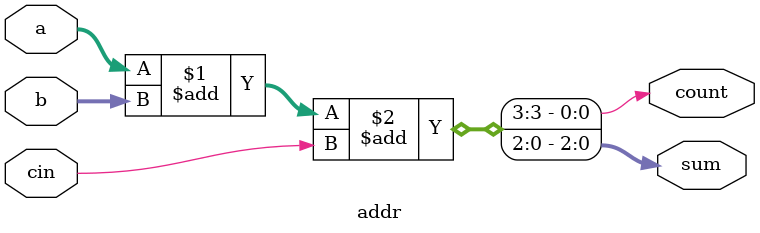
<source format=v>
module addr (a, b, cin, count, sum);

initial begin
    $display("*************************");
    $display("adder");
    $display("*************************");
end

  input [2:0] a; 
  input [2:0] b; 
  input cin;
  output count; 
  output [2:0] sum;
  assign {count,sum} = a +b + cin; 

endmodule

</source>
